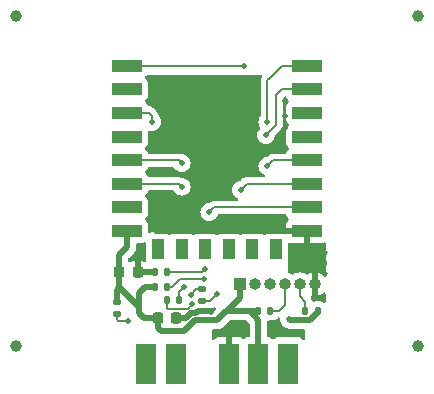
<source format=gbr>
%TF.GenerationSoftware,KiCad,Pcbnew,8.0.2*%
%TF.CreationDate,2024-06-11T21:25:35+09:00*%
%TF.ProjectId,smartlight,736d6172-746c-4696-9768-742e6b696361,rev?*%
%TF.SameCoordinates,Original*%
%TF.FileFunction,Copper,L1,Top*%
%TF.FilePolarity,Positive*%
%FSLAX46Y46*%
G04 Gerber Fmt 4.6, Leading zero omitted, Abs format (unit mm)*
G04 Created by KiCad (PCBNEW 8.0.2) date 2024-06-11 21:25:35*
%MOMM*%
%LPD*%
G01*
G04 APERTURE LIST*
G04 Aperture macros list*
%AMRoundRect*
0 Rectangle with rounded corners*
0 $1 Rounding radius*
0 $2 $3 $4 $5 $6 $7 $8 $9 X,Y pos of 4 corners*
0 Add a 4 corners polygon primitive as box body*
4,1,4,$2,$3,$4,$5,$6,$7,$8,$9,$2,$3,0*
0 Add four circle primitives for the rounded corners*
1,1,$1+$1,$2,$3*
1,1,$1+$1,$4,$5*
1,1,$1+$1,$6,$7*
1,1,$1+$1,$8,$9*
0 Add four rect primitives between the rounded corners*
20,1,$1+$1,$2,$3,$4,$5,0*
20,1,$1+$1,$4,$5,$6,$7,0*
20,1,$1+$1,$6,$7,$8,$9,0*
20,1,$1+$1,$8,$9,$2,$3,0*%
G04 Aperture macros list end*
%TA.AperFunction,SMDPad,CuDef*%
%ADD10RoundRect,0.225000X-0.225000X-0.250000X0.225000X-0.250000X0.225000X0.250000X-0.225000X0.250000X0*%
%TD*%
%TA.AperFunction,SMDPad,CuDef*%
%ADD11RoundRect,0.135000X0.135000X0.185000X-0.135000X0.185000X-0.135000X-0.185000X0.135000X-0.185000X0*%
%TD*%
%TA.AperFunction,SMDPad,CuDef*%
%ADD12C,1.000000*%
%TD*%
%TA.AperFunction,SMDPad,CuDef*%
%ADD13R,2.500000X1.000000*%
%TD*%
%TA.AperFunction,SMDPad,CuDef*%
%ADD14R,1.000000X1.800000*%
%TD*%
%TA.AperFunction,SMDPad,CuDef*%
%ADD15RoundRect,0.135000X-0.135000X-0.185000X0.135000X-0.185000X0.135000X0.185000X-0.135000X0.185000X0*%
%TD*%
%TA.AperFunction,SMDPad,CuDef*%
%ADD16RoundRect,0.135000X-0.185000X0.135000X-0.185000X-0.135000X0.185000X-0.135000X0.185000X0.135000X0*%
%TD*%
%TA.AperFunction,SMDPad,CuDef*%
%ADD17R,1.700000X3.500000*%
%TD*%
%TA.AperFunction,ComponentPad*%
%ADD18R,1.000000X1.000000*%
%TD*%
%TA.AperFunction,ComponentPad*%
%ADD19O,1.000000X1.000000*%
%TD*%
%TA.AperFunction,ViaPad*%
%ADD20C,0.500000*%
%TD*%
%TA.AperFunction,Conductor*%
%ADD21C,0.500000*%
%TD*%
%TA.AperFunction,Conductor*%
%ADD22C,0.127000*%
%TD*%
G04 APERTURE END LIST*
D10*
%TO.P,C1,1*%
%TO.N,+3V3*%
X81725000Y-63750000D03*
%TO.P,C1,2*%
%TO.N,GND*%
X83275000Y-63750000D03*
%TD*%
D11*
%TO.P,R6,1*%
%TO.N,Net-(U1-GPIO15)*%
X85760000Y-63750000D03*
%TO.P,R6,2*%
%TO.N,GND*%
X84740000Y-63750000D03*
%TD*%
D10*
%TO.P,C2,1*%
%TO.N,+3V3*%
X84965000Y-67600000D03*
%TO.P,C2,2*%
%TO.N,GND*%
X86515000Y-67600000D03*
%TD*%
D12*
%TO.P,FID2,*%
%TO.N,*%
X107000000Y-42000000D03*
%TD*%
D13*
%TO.P,U1,1,~{RST}*%
%TO.N,RESET*%
X82400000Y-46250000D03*
%TO.P,U1,2,ADC*%
%TO.N,unconnected-(U1-ADC-Pad2)*%
X82400000Y-48250000D03*
%TO.P,U1,3,EN*%
%TO.N,Net-(U1-EN)*%
X82400000Y-50250000D03*
%TO.P,U1,4,GPIO16*%
%TO.N,unconnected-(U1-GPIO16-Pad4)*%
X82400000Y-52250000D03*
%TO.P,U1,5,GPIO14*%
%TO.N,PWM*%
X82400000Y-54250000D03*
%TO.P,U1,6,GPIO12*%
%TO.N,ON{slash}OFF*%
X82400000Y-56250000D03*
%TO.P,U1,7,GPIO13*%
%TO.N,unconnected-(U1-GPIO13-Pad7)*%
X82400000Y-58250000D03*
%TO.P,U1,8,VCC*%
%TO.N,+3V3*%
X82400000Y-60250000D03*
D14*
%TO.P,U1,9,CS0*%
%TO.N,unconnected-(U1-CS0-Pad9)*%
X85000000Y-61750000D03*
%TO.P,U1,10,MISO*%
%TO.N,unconnected-(U1-MISO-Pad10)*%
X87000000Y-61750000D03*
%TO.P,U1,11,GPIO9*%
%TO.N,unconnected-(U1-GPIO9-Pad11)*%
X89000000Y-61750000D03*
%TO.P,U1,12,GPIO10*%
%TO.N,unconnected-(U1-GPIO10-Pad12)*%
X91000000Y-61750000D03*
%TO.P,U1,13,MOSI*%
%TO.N,unconnected-(U1-MOSI-Pad13)*%
X93000000Y-61750000D03*
%TO.P,U1,14,SCLK*%
%TO.N,unconnected-(U1-SCLK-Pad14)*%
X95000000Y-61750000D03*
D13*
%TO.P,U1,15,GND*%
%TO.N,GND*%
X97600000Y-60250000D03*
%TO.P,U1,16,GPIO15*%
%TO.N,Net-(U1-GPIO15)*%
X97600000Y-58250000D03*
%TO.P,U1,17,GPIO2*%
%TO.N,Net-(U1-GPIO2)*%
X97600000Y-56250000D03*
%TO.P,U1,18,GPIO0*%
%TO.N,IO0*%
X97600000Y-54250000D03*
%TO.P,U1,19,GPIO4*%
%TO.N,unconnected-(U1-GPIO4-Pad19)*%
X97600000Y-52250000D03*
%TO.P,U1,20,GPIO5*%
%TO.N,unconnected-(U1-GPIO5-Pad20)*%
X97600000Y-50250000D03*
%TO.P,U1,21,GPIO3/RXD*%
%TO.N,ESP12F_RX*%
X97600000Y-48250000D03*
%TO.P,U1,22,GPIO1/TXD*%
%TO.N,ESP12F_TX*%
X97600000Y-46250000D03*
%TD*%
D12*
%TO.P,FID4,*%
%TO.N,*%
X107000000Y-70000000D03*
%TD*%
D15*
%TO.P,R7,1*%
%TO.N,+3V3*%
X93490000Y-67000000D03*
%TO.P,R7,2*%
%TO.N,IO0*%
X94510000Y-67000000D03*
%TD*%
D16*
%TO.P,R4,1*%
%TO.N,+3V3*%
X81500000Y-66240000D03*
%TO.P,R4,2*%
%TO.N,Net-(U1-EN)*%
X81500000Y-67260000D03*
%TD*%
D11*
%TO.P,R3,1*%
%TO.N,+3V3*%
X98510000Y-67000000D03*
%TO.P,R3,2*%
%TO.N,RESET*%
X97490000Y-67000000D03*
%TD*%
D17*
%TO.P,J2,1,Pin_1*%
%TO.N,unconnected-(J2-Pin_1-Pad1)*%
X96000000Y-71500000D03*
%TO.P,J2,2,Pin_2*%
%TO.N,+3V3*%
X93500000Y-71500000D03*
%TO.P,J2,3,Pin_3*%
%TO.N,GND*%
X91000000Y-71500000D03*
%TO.P,J2,4,Pin_4*%
%TO.N,Net-(J2-Pin_4)*%
X86500000Y-71500000D03*
%TO.P,J2,5,Pin_5*%
%TO.N,Net-(J2-Pin_5)*%
X84000000Y-71500000D03*
%TD*%
D15*
%TO.P,R1,1*%
%TO.N,PWM*%
X85740000Y-66100000D03*
%TO.P,R1,2*%
%TO.N,Net-(J2-Pin_4)*%
X86760000Y-66100000D03*
%TD*%
D18*
%TO.P,J1,1,Pin_1*%
%TO.N,+3V3*%
X91940000Y-64750000D03*
D19*
%TO.P,J1,2,Pin_2*%
%TO.N,ESP12F_TX*%
X93210000Y-64750000D03*
%TO.P,J1,3,Pin_3*%
%TO.N,ESP12F_RX*%
X94480000Y-64750000D03*
%TO.P,J1,4,Pin_4*%
%TO.N,IO0*%
X95750000Y-64750000D03*
%TO.P,J1,5,Pin_5*%
%TO.N,RESET*%
X97020000Y-64750000D03*
%TO.P,J1,6,Pin_6*%
%TO.N,GND*%
X98290000Y-64750000D03*
%TD*%
D16*
%TO.P,R2,1*%
%TO.N,ON{slash}OFF*%
X88750000Y-65190000D03*
%TO.P,R2,2*%
%TO.N,Net-(J2-Pin_5)*%
X88750000Y-66210000D03*
%TD*%
D12*
%TO.P,FID1,*%
%TO.N,*%
X73000000Y-42000000D03*
%TD*%
D15*
%TO.P,R5,1*%
%TO.N,+3V3*%
X84740000Y-65000000D03*
%TO.P,R5,2*%
%TO.N,Net-(U1-GPIO2)*%
X85760000Y-65000000D03*
%TD*%
D12*
%TO.P,FID3,*%
%TO.N,*%
X73000000Y-70000000D03*
%TD*%
D20*
%TO.N,+3V3*%
X92750000Y-67000000D03*
X96100000Y-67700000D03*
%TO.N,GND*%
X88665477Y-53001750D03*
X89665477Y-54001750D03*
X87665477Y-49001750D03*
X90665477Y-56001750D03*
X87665477Y-50001750D03*
X84665477Y-48001750D03*
X91200000Y-68000000D03*
X95250000Y-53250000D03*
X85665477Y-53001750D03*
X86665477Y-50001750D03*
X91665477Y-53001750D03*
X88665477Y-48001750D03*
X92665477Y-48001750D03*
X86665477Y-48001750D03*
X94750000Y-69000000D03*
X85665477Y-49001750D03*
X87665477Y-52001750D03*
X86665477Y-53001750D03*
X96250000Y-61500000D03*
X94700000Y-68200000D03*
X90900000Y-68800000D03*
X86665477Y-52001750D03*
X86665477Y-51001750D03*
X91665477Y-51001750D03*
X94750000Y-60250000D03*
X90000000Y-68900000D03*
X95750000Y-51500000D03*
X90665477Y-54001750D03*
X88665477Y-52001750D03*
X95500000Y-60000000D03*
X91665477Y-52001750D03*
X95750000Y-49250000D03*
X96800000Y-68900000D03*
X84665477Y-53001750D03*
X92665477Y-50001750D03*
X87665477Y-51001750D03*
X84665477Y-49001750D03*
X89665477Y-57001750D03*
X96250000Y-63000000D03*
X83300000Y-62400000D03*
X84500000Y-55250000D03*
X90665477Y-53001750D03*
X89665477Y-55001750D03*
X89665477Y-50001750D03*
X85665477Y-58001750D03*
X88665477Y-50001750D03*
X89665477Y-49001750D03*
X86665477Y-59001750D03*
X98900000Y-65900000D03*
X90665477Y-51001750D03*
X91665477Y-49001750D03*
X90665477Y-50001750D03*
X94250000Y-53250000D03*
X90665477Y-55001750D03*
X91665477Y-55001750D03*
X95750000Y-50500000D03*
X88665477Y-51001750D03*
X87665477Y-53001750D03*
X89460000Y-67060000D03*
X89665477Y-53001750D03*
X95250000Y-59250000D03*
X91665477Y-48001750D03*
X91665477Y-54001750D03*
X88665477Y-54001750D03*
X89665477Y-51001750D03*
X89665477Y-52001750D03*
X98250000Y-66000000D03*
X89665477Y-56001750D03*
X95500000Y-68900000D03*
X88665477Y-49001750D03*
X85665477Y-48001750D03*
X90665477Y-52001750D03*
X95500000Y-52250000D03*
X98750000Y-61500000D03*
X86665477Y-58001750D03*
X85500000Y-55250000D03*
X84665477Y-58001750D03*
X90665477Y-49001750D03*
X86665477Y-49001750D03*
X92665477Y-49001750D03*
X89665477Y-48001750D03*
X91665477Y-50001750D03*
X91900000Y-68900000D03*
X84850000Y-60250000D03*
X98750000Y-62500000D03*
X90665477Y-48001750D03*
X87200000Y-67610000D03*
X87665477Y-48001750D03*
%TO.N,IO0*%
X94250000Y-54750000D03*
%TO.N,RESET*%
X92250000Y-46250000D03*
%TO.N,ESP12F_TX*%
X94250000Y-51000000D03*
%TO.N,ESP12F_RX*%
X94125000Y-52125000D03*
%TO.N,PWM*%
X87900000Y-66450000D03*
X87000000Y-54500000D03*
%TO.N,ON{slash}OFF*%
X87000000Y-56500000D03*
X87760000Y-65640000D03*
%TO.N,Net-(U1-EN)*%
X84500000Y-51000000D03*
X82500000Y-67850000D03*
%TO.N,Net-(U1-GPIO2)*%
X88900000Y-64300000D03*
X92000000Y-56750000D03*
%TO.N,Net-(U1-GPIO15)*%
X89350000Y-58650000D03*
X89000000Y-63500000D03*
%TO.N,Net-(J2-Pin_5)*%
X84000000Y-71500000D03*
X90000000Y-65600000D03*
%TO.N,Net-(J2-Pin_4)*%
X87200000Y-64995115D03*
X86500000Y-71500000D03*
%TD*%
D21*
%TO.N,+3V3*%
X90000000Y-67800000D02*
X90800000Y-67000000D01*
X84740000Y-65000000D02*
X83900000Y-65000000D01*
X83900000Y-65000000D02*
X83400000Y-65500000D01*
X87177817Y-68722183D02*
X88093000Y-67807000D01*
X88093000Y-67807000D02*
X88462088Y-67807000D01*
X91940000Y-65885000D02*
X90825000Y-67000000D01*
X96100000Y-67700000D02*
X96170000Y-67770000D01*
X81725000Y-62275000D02*
X82400000Y-61600000D01*
X81500000Y-66240000D02*
X81500000Y-65200000D01*
X84965000Y-67600000D02*
X84965000Y-68465000D01*
X92750000Y-67000000D02*
X91300000Y-67000000D01*
X81725000Y-63750000D02*
X81725000Y-62275000D01*
X81725000Y-64975000D02*
X83400000Y-66650000D01*
X83400000Y-67200000D02*
X83800000Y-67600000D01*
X88469088Y-67800000D02*
X90000000Y-67800000D01*
D22*
X93250000Y-70250000D02*
X93500000Y-70500000D01*
D21*
X91940000Y-64750000D02*
X91940000Y-65885000D01*
X93500000Y-71500000D02*
X93500000Y-67750000D01*
X93500000Y-67750000D02*
X92750000Y-67000000D01*
X98510000Y-67131056D02*
X98510000Y-67000000D01*
D22*
X93500000Y-70500000D02*
X93500000Y-73000000D01*
D21*
X90825000Y-67000000D02*
X90800000Y-67000000D01*
X84965000Y-68465000D02*
X85222183Y-68722183D01*
X83800000Y-67600000D02*
X84965000Y-67600000D01*
X97871056Y-67770000D02*
X98510000Y-67131056D01*
X83400000Y-65500000D02*
X83400000Y-66650000D01*
X96170000Y-67770000D02*
X97871056Y-67770000D01*
X83400000Y-66650000D02*
X83400000Y-67200000D01*
X81725000Y-63750000D02*
X81725000Y-64975000D01*
X81500000Y-65200000D02*
X81725000Y-64975000D01*
X92750000Y-67000000D02*
X93490000Y-67000000D01*
X85222183Y-68722183D02*
X87177817Y-68722183D01*
X88462088Y-67807000D02*
X88469088Y-67800000D01*
X91300000Y-67000000D02*
X90800000Y-67000000D01*
X82400000Y-61600000D02*
X82400000Y-60250000D01*
%TO.N,GND*%
X98290000Y-64750000D02*
X98290000Y-63490000D01*
X98290000Y-63490000D02*
X97600000Y-62800000D01*
X83275000Y-63750000D02*
X83275000Y-62425000D01*
X97600000Y-62800000D02*
X97600000Y-60250000D01*
X86515000Y-67600000D02*
X86525000Y-67610000D01*
X83275000Y-63750000D02*
X84740000Y-63750000D01*
X84850000Y-60250000D02*
X97600000Y-60250000D01*
X83275000Y-62425000D02*
X83300000Y-62400000D01*
X87792962Y-67180000D02*
X88202376Y-67180000D01*
X87750000Y-67250000D02*
X87750000Y-67222962D01*
X88202376Y-67180000D02*
X88382376Y-67000000D01*
X87750000Y-67222962D02*
X87792962Y-67180000D01*
X91000000Y-68900000D02*
X90900000Y-68800000D01*
X87390000Y-67610000D02*
X87750000Y-67250000D01*
X86525000Y-67610000D02*
X87390000Y-67610000D01*
X88382376Y-67000000D02*
X89400000Y-67000000D01*
X91000000Y-71500000D02*
X91000000Y-68900000D01*
X89400000Y-67000000D02*
X89460000Y-67060000D01*
D22*
%TO.N,IO0*%
X95750000Y-64750000D02*
X95750000Y-66500000D01*
X97600000Y-54250000D02*
X94750000Y-54250000D01*
X95750000Y-66500000D02*
X95250000Y-67000000D01*
X94510000Y-67000000D02*
X95250000Y-67000000D01*
X94750000Y-54250000D02*
X94250000Y-54750000D01*
%TO.N,RESET*%
X97020000Y-65770000D02*
X97490000Y-66240000D01*
X82400000Y-46250000D02*
X92250000Y-46250000D01*
X97020000Y-64750000D02*
X97020000Y-65770000D01*
X97490000Y-66240000D02*
X97490000Y-67000000D01*
%TO.N,ESP12F_TX*%
X97600000Y-46250000D02*
X95500000Y-46250000D01*
X94500000Y-47250000D02*
X94250000Y-47500000D01*
X95500000Y-46250000D02*
X94500000Y-47250000D01*
X94250000Y-47500000D02*
X94250000Y-51000000D01*
%TO.N,ESP12F_RX*%
X94125000Y-52125000D02*
X95000000Y-51250000D01*
X95000000Y-51250000D02*
X95000000Y-48750000D01*
X95000000Y-48750000D02*
X95500000Y-48250000D01*
X95500000Y-48250000D02*
X97600000Y-48250000D01*
%TO.N,PWM*%
X86750000Y-54250000D02*
X82400000Y-54250000D01*
X85833500Y-66833500D02*
X85740000Y-66740000D01*
X87000000Y-54500000D02*
X86750000Y-54250000D01*
X87516500Y-66833500D02*
X85833500Y-66833500D01*
X85740000Y-66740000D02*
X85740000Y-66250000D01*
X87900000Y-66450000D02*
X87516500Y-66833500D01*
%TO.N,ON{slash}OFF*%
X86750000Y-56250000D02*
X82400000Y-56250000D01*
X87000000Y-56500000D02*
X86750000Y-56250000D01*
X87760000Y-65640000D02*
X88210000Y-65190000D01*
X88210000Y-65190000D02*
X88750000Y-65190000D01*
%TO.N,Net-(U1-EN)*%
X81500000Y-67700000D02*
X81500000Y-67260000D01*
X84500000Y-50500000D02*
X84250000Y-50250000D01*
X84500000Y-51000000D02*
X84500000Y-50500000D01*
X84250000Y-50250000D02*
X82400000Y-50250000D01*
X81650000Y-67850000D02*
X81500000Y-67700000D01*
X82500000Y-67850000D02*
X81650000Y-67850000D01*
%TO.N,Net-(U1-GPIO2)*%
X92500000Y-56250000D02*
X97600000Y-56250000D01*
X86900000Y-64300000D02*
X88900000Y-64300000D01*
X85760000Y-65000000D02*
X86200000Y-65000000D01*
X86200000Y-65000000D02*
X86900000Y-64300000D01*
X92000000Y-56750000D02*
X92500000Y-56250000D01*
%TO.N,Net-(U1-GPIO15)*%
X97600000Y-58250000D02*
X89750000Y-58250000D01*
X88750000Y-63750000D02*
X89000000Y-63500000D01*
X89750000Y-58250000D02*
X89350000Y-58650000D01*
X85760000Y-63750000D02*
X88750000Y-63750000D01*
%TO.N,unconnected-(J2-Pin_1-Pad1)*%
X96000000Y-70750000D02*
X95750000Y-70500000D01*
X96000000Y-73000000D02*
X96000000Y-70750000D01*
%TO.N,Net-(J2-Pin_5)*%
X89390000Y-66210000D02*
X90000000Y-65600000D01*
X88750000Y-66210000D02*
X89390000Y-66210000D01*
%TO.N,Net-(J2-Pin_4)*%
X86760000Y-65435115D02*
X86760000Y-66250000D01*
X87200000Y-64995115D02*
X86760000Y-65435115D01*
%TD*%
%TA.AperFunction,Conductor*%
%TO.N,GND*%
G36*
X95288357Y-67583685D02*
G01*
X95334112Y-67636489D01*
X95343130Y-67693036D01*
X95344751Y-67693036D01*
X95344751Y-67700000D01*
X95345432Y-67706048D01*
X95348720Y-67735223D01*
X95349500Y-67749108D01*
X95349500Y-67773921D01*
X95356737Y-67810303D01*
X95358340Y-67820610D01*
X95363685Y-67868053D01*
X95363686Y-67868055D01*
X95363686Y-67868057D01*
X95363687Y-67868059D01*
X95371330Y-67889902D01*
X95375902Y-67906652D01*
X95378340Y-67918907D01*
X95378343Y-67918915D01*
X95397231Y-67964514D01*
X95399712Y-67971013D01*
X95419544Y-68027691D01*
X95425293Y-68036841D01*
X95434852Y-68055342D01*
X95434913Y-68055491D01*
X95469164Y-68106751D01*
X95471054Y-68109668D01*
X95509521Y-68170888D01*
X95513922Y-68175289D01*
X95513951Y-68175320D01*
X95691584Y-68352952D01*
X95691586Y-68352954D01*
X95717376Y-68370185D01*
X95765270Y-68402186D01*
X95814505Y-68435084D01*
X95814506Y-68435084D01*
X95814507Y-68435085D01*
X95814509Y-68435086D01*
X95951082Y-68491656D01*
X95951087Y-68491658D01*
X95951091Y-68491658D01*
X95951092Y-68491659D01*
X96096079Y-68520500D01*
X96096082Y-68520500D01*
X96096083Y-68520500D01*
X96243917Y-68520500D01*
X97325500Y-68520500D01*
X97392539Y-68540185D01*
X97438294Y-68592989D01*
X97449500Y-68644500D01*
X97449500Y-69343106D01*
X97429815Y-69410145D01*
X97377011Y-69455900D01*
X97307853Y-69465844D01*
X97244297Y-69436819D01*
X97226234Y-69417418D01*
X97220789Y-69410145D01*
X97207546Y-69392454D01*
X97207544Y-69392453D01*
X97207544Y-69392452D01*
X97092335Y-69306206D01*
X97092328Y-69306202D01*
X96957482Y-69255908D01*
X96957483Y-69255908D01*
X96897883Y-69249501D01*
X96897881Y-69249500D01*
X96897873Y-69249500D01*
X96897864Y-69249500D01*
X95102129Y-69249500D01*
X95102123Y-69249501D01*
X95042516Y-69255908D01*
X94907671Y-69306202D01*
X94907669Y-69306203D01*
X94824311Y-69368606D01*
X94758847Y-69393023D01*
X94690574Y-69378172D01*
X94675689Y-69368606D01*
X94592330Y-69306203D01*
X94592328Y-69306202D01*
X94457482Y-69255908D01*
X94457483Y-69255908D01*
X94397883Y-69249501D01*
X94397881Y-69249500D01*
X94397873Y-69249500D01*
X94397865Y-69249500D01*
X94374500Y-69249500D01*
X94307461Y-69229815D01*
X94261706Y-69177011D01*
X94250500Y-69125500D01*
X94250500Y-67944499D01*
X94270185Y-67877460D01*
X94322989Y-67831705D01*
X94374496Y-67820499D01*
X94709180Y-67820499D01*
X94745204Y-67817665D01*
X94899393Y-67772869D01*
X95037598Y-67691135D01*
X95128415Y-67600317D01*
X95189736Y-67566834D01*
X95216095Y-67564000D01*
X95221318Y-67564000D01*
X95288357Y-67583685D01*
G37*
%TD.AperFunction*%
%TA.AperFunction,Conductor*%
G36*
X92454809Y-67770185D02*
G01*
X92475451Y-67786819D01*
X92713181Y-68024548D01*
X92746666Y-68085871D01*
X92749500Y-68112229D01*
X92749500Y-69125500D01*
X92729815Y-69192539D01*
X92677011Y-69238294D01*
X92625505Y-69249500D01*
X92602132Y-69249500D01*
X92602123Y-69249501D01*
X92542516Y-69255908D01*
X92407671Y-69306202D01*
X92407669Y-69306204D01*
X92323894Y-69368918D01*
X92258430Y-69393335D01*
X92190157Y-69378484D01*
X92175272Y-69368918D01*
X92092088Y-69306646D01*
X92092086Y-69306645D01*
X91957379Y-69256403D01*
X91957372Y-69256401D01*
X91897844Y-69250000D01*
X90102155Y-69250000D01*
X90042627Y-69256401D01*
X90042620Y-69256403D01*
X89907913Y-69306645D01*
X89907906Y-69306649D01*
X89792812Y-69392809D01*
X89773766Y-69418252D01*
X89717832Y-69460122D01*
X89648140Y-69465106D01*
X89586818Y-69431620D01*
X89553333Y-69370297D01*
X89550500Y-69343940D01*
X89550500Y-68674500D01*
X89570185Y-68607461D01*
X89622989Y-68561706D01*
X89674500Y-68550500D01*
X90073920Y-68550500D01*
X90171462Y-68531096D01*
X90218913Y-68521658D01*
X90355495Y-68465084D01*
X90418526Y-68422968D01*
X90478416Y-68382952D01*
X91074549Y-67786819D01*
X91135872Y-67753334D01*
X91162230Y-67750500D01*
X91226082Y-67750500D01*
X92387770Y-67750500D01*
X92454809Y-67770185D01*
G37*
%TD.AperFunction*%
%TA.AperFunction,Conductor*%
G36*
X89861395Y-66672792D02*
G01*
X89904586Y-66727713D01*
X89911228Y-66797266D01*
X89879213Y-66859369D01*
X89877151Y-66861481D01*
X89725449Y-67013182D01*
X89664128Y-67046666D01*
X89637770Y-67049500D01*
X89428596Y-67049500D01*
X89361557Y-67029815D01*
X89315802Y-66977011D01*
X89305858Y-66907853D01*
X89334883Y-66844297D01*
X89340913Y-66837820D01*
X89368414Y-66810318D01*
X89429735Y-66776834D01*
X89456095Y-66774000D01*
X89464251Y-66774000D01*
X89464253Y-66774000D01*
X89607696Y-66735565D01*
X89627869Y-66723918D01*
X89727472Y-66666411D01*
X89795368Y-66649940D01*
X89861395Y-66672792D01*
G37*
%TD.AperFunction*%
%TA.AperFunction,Conductor*%
G36*
X98540000Y-65719159D02*
G01*
X98674534Y-65678349D01*
X98848260Y-65585491D01*
X98996835Y-65463559D01*
X99061145Y-65436246D01*
X99130012Y-65448037D01*
X99181572Y-65495189D01*
X99199500Y-65559412D01*
X99199500Y-66187218D01*
X99179815Y-66254257D01*
X99127011Y-66300012D01*
X99057853Y-66309956D01*
X99012380Y-66293950D01*
X98899397Y-66227133D01*
X98899388Y-66227129D01*
X98745208Y-66182335D01*
X98745202Y-66182334D01*
X98709181Y-66179500D01*
X98310830Y-66179500D01*
X98310808Y-66179501D01*
X98274797Y-66182334D01*
X98195666Y-66205324D01*
X98125796Y-66205124D01*
X98067127Y-66167181D01*
X98041298Y-66118343D01*
X98015565Y-66022303D01*
X97987928Y-65974435D01*
X97955088Y-65917556D01*
X97938616Y-65849657D01*
X97961469Y-65783630D01*
X97992188Y-65759471D01*
X97989867Y-65756342D01*
X98040000Y-65719160D01*
X98040000Y-64959618D01*
X98090446Y-65010064D01*
X98164555Y-65052851D01*
X98247213Y-65075000D01*
X98332787Y-65075000D01*
X98415445Y-65052851D01*
X98489554Y-65010064D01*
X98540000Y-64959618D01*
X98540000Y-65719159D01*
G37*
%TD.AperFunction*%
%TA.AperFunction,Conductor*%
G36*
X92210338Y-47000780D02*
G01*
X92249999Y-47005249D01*
X92250000Y-47005249D01*
X92250001Y-47005249D01*
X92289662Y-47000780D01*
X92303547Y-47000000D01*
X93672649Y-47000000D01*
X93739688Y-47019685D01*
X93785443Y-47072489D01*
X93795387Y-47141647D01*
X93780036Y-47186000D01*
X93724436Y-47282301D01*
X93724435Y-47282304D01*
X93686000Y-47425748D01*
X93686000Y-50452519D01*
X93666315Y-50519558D01*
X93659924Y-50528469D01*
X93569547Y-50672302D01*
X93569545Y-50672305D01*
X93513685Y-50831943D01*
X93494751Y-50999997D01*
X93494751Y-51000002D01*
X93513685Y-51168056D01*
X93542359Y-51249999D01*
X93568340Y-51324250D01*
X93569545Y-51327692D01*
X93629377Y-51422914D01*
X93648377Y-51490151D01*
X93628009Y-51556986D01*
X93612065Y-51576566D01*
X93534524Y-51654108D01*
X93534518Y-51654115D01*
X93444547Y-51797302D01*
X93444545Y-51797305D01*
X93388685Y-51956943D01*
X93369751Y-52124997D01*
X93369751Y-52125002D01*
X93388685Y-52293056D01*
X93444545Y-52452694D01*
X93444547Y-52452697D01*
X93534518Y-52595884D01*
X93534523Y-52595890D01*
X93654109Y-52715476D01*
X93654115Y-52715481D01*
X93797302Y-52805452D01*
X93797305Y-52805454D01*
X93797309Y-52805455D01*
X93797310Y-52805456D01*
X93869913Y-52830860D01*
X93956943Y-52861314D01*
X94124997Y-52880249D01*
X94125000Y-52880249D01*
X94125003Y-52880249D01*
X94293056Y-52861314D01*
X94293059Y-52861313D01*
X94452690Y-52805456D01*
X94452692Y-52805454D01*
X94452694Y-52805454D01*
X94452697Y-52805452D01*
X94595884Y-52715481D01*
X94595885Y-52715480D01*
X94595890Y-52715477D01*
X94715477Y-52595890D01*
X94715481Y-52595884D01*
X94805452Y-52452697D01*
X94805454Y-52452694D01*
X94805454Y-52452692D01*
X94805456Y-52452690D01*
X94861313Y-52293059D01*
X94870011Y-52215861D01*
X94897077Y-52151448D01*
X94905540Y-52142074D01*
X95336094Y-51711521D01*
X95336099Y-51711517D01*
X95346302Y-51701313D01*
X95346304Y-51701313D01*
X95451313Y-51596304D01*
X95525565Y-51467696D01*
X95564000Y-51324252D01*
X95564000Y-49034978D01*
X95583685Y-48967939D01*
X95600313Y-48947302D01*
X95674442Y-48873173D01*
X95735761Y-48839691D01*
X95805453Y-48844675D01*
X95861387Y-48886546D01*
X95878302Y-48917523D01*
X95906203Y-48992330D01*
X95906206Y-48992335D01*
X95992452Y-49107544D01*
X95992453Y-49107544D01*
X95992454Y-49107546D01*
X96021615Y-49129376D01*
X96050145Y-49150734D01*
X96092015Y-49206668D01*
X96096999Y-49276360D01*
X96063513Y-49337683D01*
X96050145Y-49349266D01*
X95992452Y-49392455D01*
X95906206Y-49507664D01*
X95906202Y-49507671D01*
X95855908Y-49642517D01*
X95849501Y-49702116D01*
X95849500Y-49702127D01*
X95849500Y-50797870D01*
X95849501Y-50797876D01*
X95855908Y-50857483D01*
X95906202Y-50992328D01*
X95906206Y-50992335D01*
X95992452Y-51107544D01*
X95992453Y-51107544D01*
X95992454Y-51107546D01*
X96021615Y-51129376D01*
X96050145Y-51150734D01*
X96092015Y-51206668D01*
X96096999Y-51276360D01*
X96063513Y-51337683D01*
X96050145Y-51349266D01*
X95992452Y-51392455D01*
X95906206Y-51507664D01*
X95906202Y-51507671D01*
X95855908Y-51642517D01*
X95849501Y-51702116D01*
X95849500Y-51702135D01*
X95849500Y-52797870D01*
X95849501Y-52797876D01*
X95855908Y-52857483D01*
X95906202Y-52992328D01*
X95906206Y-52992335D01*
X95992452Y-53107544D01*
X95992453Y-53107544D01*
X95992454Y-53107546D01*
X96000500Y-53113569D01*
X96050145Y-53150734D01*
X96092015Y-53206668D01*
X96096999Y-53276360D01*
X96063513Y-53337683D01*
X96050145Y-53349266D01*
X95992452Y-53392455D01*
X95906206Y-53507664D01*
X95906202Y-53507671D01*
X95869777Y-53605333D01*
X95827906Y-53661267D01*
X95762441Y-53685684D01*
X95753595Y-53686000D01*
X94831865Y-53686000D01*
X94831849Y-53685999D01*
X94824253Y-53685999D01*
X94675748Y-53685999D01*
X94544063Y-53721284D01*
X94532300Y-53724436D01*
X94403699Y-53798684D01*
X94403693Y-53798689D01*
X94298687Y-53903696D01*
X94298685Y-53903698D01*
X94232933Y-53969450D01*
X94171609Y-54002934D01*
X94159138Y-54004988D01*
X94081941Y-54013687D01*
X93922307Y-54069544D01*
X93922302Y-54069547D01*
X93779115Y-54159518D01*
X93779109Y-54159523D01*
X93659523Y-54279109D01*
X93659518Y-54279115D01*
X93569547Y-54422302D01*
X93569545Y-54422305D01*
X93513685Y-54581943D01*
X93494751Y-54749997D01*
X93494751Y-54750002D01*
X93513685Y-54918056D01*
X93569545Y-55077694D01*
X93569547Y-55077697D01*
X93659518Y-55220884D01*
X93659523Y-55220890D01*
X93779109Y-55340476D01*
X93779115Y-55340481D01*
X93922302Y-55430452D01*
X93922307Y-55430454D01*
X93922310Y-55430456D01*
X93922313Y-55430457D01*
X93963755Y-55444959D01*
X94020531Y-55485680D01*
X94046278Y-55550633D01*
X94032822Y-55619195D01*
X93984434Y-55669597D01*
X93922800Y-55686000D01*
X92581865Y-55686000D01*
X92581849Y-55685999D01*
X92574253Y-55685999D01*
X92425748Y-55685999D01*
X92294063Y-55721284D01*
X92282300Y-55724436D01*
X92153699Y-55798684D01*
X92153693Y-55798689D01*
X92048687Y-55903696D01*
X92048685Y-55903698D01*
X91982933Y-55969450D01*
X91921609Y-56002934D01*
X91909138Y-56004988D01*
X91831941Y-56013687D01*
X91672307Y-56069544D01*
X91672302Y-56069547D01*
X91529115Y-56159518D01*
X91529109Y-56159523D01*
X91409523Y-56279109D01*
X91409518Y-56279115D01*
X91319547Y-56422302D01*
X91319545Y-56422305D01*
X91263685Y-56581943D01*
X91244751Y-56749997D01*
X91244751Y-56750002D01*
X91263685Y-56918056D01*
X91319545Y-57077694D01*
X91319547Y-57077697D01*
X91409518Y-57220884D01*
X91409523Y-57220890D01*
X91529109Y-57340476D01*
X91529115Y-57340481D01*
X91672302Y-57430452D01*
X91672307Y-57430454D01*
X91672310Y-57430456D01*
X91672313Y-57430457D01*
X91713755Y-57444959D01*
X91770531Y-57485680D01*
X91796278Y-57550633D01*
X91782822Y-57619195D01*
X91734434Y-57669597D01*
X91672800Y-57686000D01*
X89675747Y-57686000D01*
X89532303Y-57724435D01*
X89532300Y-57724436D01*
X89485229Y-57751612D01*
X89485229Y-57751613D01*
X89403696Y-57798687D01*
X89403692Y-57798690D01*
X89332931Y-57869450D01*
X89271608Y-57902935D01*
X89259137Y-57904988D01*
X89181941Y-57913687D01*
X89022307Y-57969544D01*
X89022302Y-57969547D01*
X88879115Y-58059518D01*
X88879109Y-58059523D01*
X88759523Y-58179109D01*
X88759518Y-58179115D01*
X88669547Y-58322302D01*
X88669545Y-58322305D01*
X88613685Y-58481943D01*
X88594751Y-58649997D01*
X88594751Y-58650002D01*
X88613685Y-58818056D01*
X88669545Y-58977694D01*
X88669547Y-58977697D01*
X88759518Y-59120884D01*
X88759523Y-59120890D01*
X88879109Y-59240476D01*
X88879115Y-59240481D01*
X89022302Y-59330452D01*
X89022305Y-59330454D01*
X89022309Y-59330455D01*
X89022310Y-59330456D01*
X89076069Y-59349267D01*
X89181943Y-59386314D01*
X89349997Y-59405249D01*
X89350000Y-59405249D01*
X89350003Y-59405249D01*
X89518056Y-59386314D01*
X89518059Y-59386313D01*
X89677690Y-59330456D01*
X89677692Y-59330454D01*
X89677694Y-59330454D01*
X89677697Y-59330452D01*
X89820884Y-59240481D01*
X89820885Y-59240480D01*
X89820890Y-59240477D01*
X89940477Y-59120890D01*
X90021254Y-58992335D01*
X90030452Y-58977697D01*
X90030455Y-58977692D01*
X90058674Y-58897046D01*
X90099396Y-58840270D01*
X90164348Y-58814522D01*
X90175716Y-58814000D01*
X95753595Y-58814000D01*
X95820634Y-58833685D01*
X95866389Y-58886489D01*
X95869777Y-58894667D01*
X95906202Y-58992328D01*
X95906206Y-58992335D01*
X95992452Y-59107544D01*
X95992453Y-59107544D01*
X95992454Y-59107546D01*
X96027727Y-59133951D01*
X96050562Y-59151046D01*
X96092432Y-59206980D01*
X96097416Y-59276672D01*
X96063930Y-59337994D01*
X96050562Y-59349578D01*
X95992809Y-59392812D01*
X95906649Y-59507906D01*
X95906645Y-59507913D01*
X95856403Y-59642620D01*
X95856401Y-59642627D01*
X95850000Y-59702155D01*
X95850000Y-60000000D01*
X97726000Y-60000000D01*
X97793039Y-60019685D01*
X97838794Y-60072489D01*
X97850000Y-60124000D01*
X97850000Y-61250000D01*
X98897828Y-61250000D01*
X98897844Y-61249999D01*
X98957372Y-61243598D01*
X98957379Y-61243596D01*
X99097934Y-61191173D01*
X99167625Y-61186189D01*
X99228948Y-61219674D01*
X99262433Y-61280997D01*
X99257449Y-61350689D01*
X99248655Y-61369353D01*
X99233290Y-61395966D01*
X99233288Y-61395971D01*
X99195500Y-61536999D01*
X99195500Y-61683001D01*
X99231919Y-61818917D01*
X99233288Y-61824028D01*
X99233289Y-61824031D01*
X99306286Y-61950467D01*
X99306291Y-61950473D01*
X99323138Y-61967321D01*
X99356622Y-62028645D01*
X99351636Y-62098336D01*
X99323138Y-62142679D01*
X99306291Y-62159526D01*
X99306286Y-62159532D01*
X99233289Y-62285968D01*
X99233288Y-62285971D01*
X99195500Y-62426999D01*
X99195500Y-62573001D01*
X99229852Y-62701203D01*
X99233288Y-62714028D01*
X99233289Y-62714031D01*
X99306286Y-62840467D01*
X99306291Y-62840473D01*
X99323138Y-62857321D01*
X99356622Y-62918645D01*
X99351636Y-62988336D01*
X99323138Y-63032679D01*
X99306291Y-63049526D01*
X99306286Y-63049532D01*
X99233289Y-63175968D01*
X99233288Y-63175971D01*
X99195500Y-63316999D01*
X99195500Y-63463001D01*
X99210689Y-63519685D01*
X99233288Y-63604028D01*
X99233289Y-63604031D01*
X99306286Y-63730467D01*
X99306291Y-63730473D01*
X99323138Y-63747321D01*
X99356622Y-63808645D01*
X99351636Y-63878336D01*
X99323138Y-63922679D01*
X99306291Y-63939526D01*
X99306286Y-63939532D01*
X99235726Y-64061747D01*
X99185159Y-64109963D01*
X99116552Y-64123186D01*
X99051687Y-64097218D01*
X99032486Y-64078412D01*
X99000528Y-64039471D01*
X98848260Y-63914507D01*
X98848253Y-63914503D01*
X98674541Y-63821652D01*
X98540000Y-63780839D01*
X98540000Y-64540382D01*
X98489554Y-64489936D01*
X98415445Y-64447149D01*
X98332787Y-64425000D01*
X98247213Y-64425000D01*
X98164555Y-64447149D01*
X98090446Y-64489936D01*
X98040000Y-64540382D01*
X98040000Y-63780839D01*
X98039999Y-63780839D01*
X97905458Y-63821652D01*
X97731742Y-63914505D01*
X97726673Y-63917893D01*
X97725556Y-63916221D01*
X97669715Y-63939921D01*
X97600851Y-63928111D01*
X97583811Y-63917158D01*
X97583601Y-63917473D01*
X97578532Y-63914086D01*
X97404733Y-63821188D01*
X97404727Y-63821186D01*
X97216132Y-63763976D01*
X97216129Y-63763975D01*
X97020000Y-63744659D01*
X96823870Y-63763975D01*
X96635266Y-63821188D01*
X96461467Y-63914086D01*
X96456399Y-63917473D01*
X96455305Y-63915836D01*
X96399337Y-63939596D01*
X96330471Y-63927795D01*
X96313843Y-63917109D01*
X96313601Y-63917473D01*
X96308532Y-63914086D01*
X96134728Y-63821186D01*
X96088004Y-63807012D01*
X96029565Y-63768714D01*
X96001109Y-63704902D01*
X96000000Y-63688352D01*
X96000000Y-62709174D01*
X96000427Y-62701203D01*
X96000322Y-62701198D01*
X96000499Y-62697879D01*
X96000500Y-62697873D01*
X96000499Y-61331883D01*
X96020184Y-61264845D01*
X96072987Y-61219090D01*
X96142146Y-61209146D01*
X96167833Y-61215702D01*
X96242623Y-61243597D01*
X96242627Y-61243598D01*
X96302155Y-61249999D01*
X96302172Y-61250000D01*
X97350000Y-61250000D01*
X97350000Y-60500000D01*
X95908897Y-60500000D01*
X95841858Y-60480315D01*
X95834596Y-60475273D01*
X95742331Y-60406204D01*
X95742328Y-60406202D01*
X95607482Y-60355908D01*
X95607483Y-60355908D01*
X95547883Y-60349501D01*
X95547881Y-60349500D01*
X95547873Y-60349500D01*
X95547864Y-60349500D01*
X94452129Y-60349500D01*
X94452123Y-60349501D01*
X94392516Y-60355908D01*
X94257671Y-60406202D01*
X94257664Y-60406206D01*
X94142455Y-60492452D01*
X94099266Y-60550145D01*
X94043332Y-60592015D01*
X93973640Y-60596999D01*
X93912317Y-60563513D01*
X93900734Y-60550145D01*
X93863195Y-60500000D01*
X93857546Y-60492454D01*
X93857544Y-60492453D01*
X93857544Y-60492452D01*
X93742335Y-60406206D01*
X93742328Y-60406202D01*
X93607482Y-60355908D01*
X93607483Y-60355908D01*
X93547883Y-60349501D01*
X93547881Y-60349500D01*
X93547873Y-60349500D01*
X93547864Y-60349500D01*
X92452129Y-60349500D01*
X92452123Y-60349501D01*
X92392516Y-60355908D01*
X92257671Y-60406202D01*
X92257664Y-60406206D01*
X92142455Y-60492452D01*
X92099266Y-60550145D01*
X92043332Y-60592015D01*
X91973640Y-60596999D01*
X91912317Y-60563513D01*
X91900734Y-60550145D01*
X91863195Y-60500000D01*
X91857546Y-60492454D01*
X91857544Y-60492453D01*
X91857544Y-60492452D01*
X91742335Y-60406206D01*
X91742328Y-60406202D01*
X91607482Y-60355908D01*
X91607483Y-60355908D01*
X91547883Y-60349501D01*
X91547881Y-60349500D01*
X91547873Y-60349500D01*
X91547864Y-60349500D01*
X90452129Y-60349500D01*
X90452123Y-60349501D01*
X90392516Y-60355908D01*
X90257671Y-60406202D01*
X90257664Y-60406206D01*
X90142455Y-60492452D01*
X90099266Y-60550145D01*
X90043332Y-60592015D01*
X89973640Y-60596999D01*
X89912317Y-60563513D01*
X89900734Y-60550145D01*
X89863195Y-60500000D01*
X89857546Y-60492454D01*
X89857544Y-60492453D01*
X89857544Y-60492452D01*
X89742335Y-60406206D01*
X89742328Y-60406202D01*
X89607482Y-60355908D01*
X89607483Y-60355908D01*
X89547883Y-60349501D01*
X89547881Y-60349500D01*
X89547873Y-60349500D01*
X89547864Y-60349500D01*
X88452129Y-60349500D01*
X88452123Y-60349501D01*
X88392516Y-60355908D01*
X88257671Y-60406202D01*
X88257664Y-60406206D01*
X88142455Y-60492452D01*
X88099266Y-60550145D01*
X88043332Y-60592015D01*
X87973640Y-60596999D01*
X87912317Y-60563513D01*
X87900734Y-60550145D01*
X87863195Y-60500000D01*
X87857546Y-60492454D01*
X87857544Y-60492453D01*
X87857544Y-60492452D01*
X87742335Y-60406206D01*
X87742328Y-60406202D01*
X87607482Y-60355908D01*
X87607483Y-60355908D01*
X87547883Y-60349501D01*
X87547881Y-60349500D01*
X87547873Y-60349500D01*
X87547864Y-60349500D01*
X86452129Y-60349500D01*
X86452123Y-60349501D01*
X86392516Y-60355908D01*
X86257671Y-60406202D01*
X86257664Y-60406206D01*
X86142455Y-60492452D01*
X86099266Y-60550145D01*
X86043332Y-60592015D01*
X85973640Y-60596999D01*
X85912317Y-60563513D01*
X85900734Y-60550145D01*
X85863195Y-60500000D01*
X85857546Y-60492454D01*
X85857544Y-60492453D01*
X85857544Y-60492452D01*
X85742335Y-60406206D01*
X85742328Y-60406202D01*
X85607482Y-60355908D01*
X85607483Y-60355908D01*
X85547883Y-60349501D01*
X85547881Y-60349500D01*
X85547873Y-60349500D01*
X85547864Y-60349500D01*
X84452129Y-60349500D01*
X84452123Y-60349501D01*
X84392515Y-60355909D01*
X84317831Y-60383764D01*
X84248140Y-60388748D01*
X84186817Y-60355262D01*
X84153333Y-60293939D01*
X84150499Y-60267582D01*
X84150499Y-59702129D01*
X84150498Y-59702123D01*
X84144091Y-59642516D01*
X84093797Y-59507671D01*
X84093793Y-59507664D01*
X84007547Y-59392456D01*
X84007548Y-59392456D01*
X84007546Y-59392454D01*
X83949854Y-59349265D01*
X83907984Y-59293333D01*
X83903000Y-59223641D01*
X83936485Y-59162318D01*
X83949850Y-59150736D01*
X84007546Y-59107546D01*
X84093796Y-58992331D01*
X84144091Y-58857483D01*
X84150500Y-58797873D01*
X84150499Y-57702128D01*
X84144091Y-57642517D01*
X84135392Y-57619195D01*
X84093797Y-57507671D01*
X84093793Y-57507664D01*
X84007547Y-57392456D01*
X84007548Y-57392456D01*
X84007546Y-57392454D01*
X83949854Y-57349265D01*
X83907984Y-57293333D01*
X83903000Y-57223641D01*
X83936485Y-57162318D01*
X83949854Y-57150734D01*
X84007546Y-57107546D01*
X84093796Y-56992331D01*
X84121499Y-56918056D01*
X84130223Y-56894667D01*
X84172094Y-56838733D01*
X84237559Y-56814316D01*
X84246405Y-56814000D01*
X86242410Y-56814000D01*
X86309449Y-56833685D01*
X86347404Y-56872028D01*
X86409523Y-56970890D01*
X86529109Y-57090476D01*
X86529115Y-57090481D01*
X86672302Y-57180452D01*
X86672305Y-57180454D01*
X86672309Y-57180455D01*
X86672310Y-57180456D01*
X86710434Y-57193796D01*
X86831943Y-57236314D01*
X86999997Y-57255249D01*
X87000000Y-57255249D01*
X87000003Y-57255249D01*
X87168056Y-57236314D01*
X87168059Y-57236313D01*
X87327690Y-57180456D01*
X87327692Y-57180454D01*
X87327694Y-57180454D01*
X87327697Y-57180452D01*
X87470884Y-57090481D01*
X87470885Y-57090480D01*
X87470890Y-57090477D01*
X87590477Y-56970890D01*
X87627528Y-56911924D01*
X87680452Y-56827697D01*
X87680454Y-56827694D01*
X87680454Y-56827692D01*
X87680456Y-56827690D01*
X87736313Y-56668059D01*
X87736313Y-56668058D01*
X87736314Y-56668056D01*
X87755249Y-56500002D01*
X87755249Y-56499997D01*
X87736314Y-56331943D01*
X87680454Y-56172305D01*
X87680452Y-56172302D01*
X87590481Y-56029115D01*
X87590476Y-56029109D01*
X87470890Y-55909523D01*
X87470884Y-55909518D01*
X87327697Y-55819547D01*
X87327692Y-55819544D01*
X87168053Y-55763685D01*
X87029292Y-55748050D01*
X86981182Y-55732220D01*
X86967700Y-55724437D01*
X86967699Y-55724436D01*
X86967696Y-55724435D01*
X86884440Y-55702127D01*
X86884439Y-55702126D01*
X86840379Y-55690320D01*
X86824253Y-55686000D01*
X86824252Y-55686000D01*
X84246405Y-55686000D01*
X84179366Y-55666315D01*
X84133611Y-55613511D01*
X84130223Y-55605333D01*
X84093797Y-55507671D01*
X84093793Y-55507664D01*
X84007547Y-55392456D01*
X84007548Y-55392456D01*
X84007546Y-55392454D01*
X83949854Y-55349265D01*
X83907984Y-55293333D01*
X83903000Y-55223641D01*
X83936485Y-55162318D01*
X83949854Y-55150734D01*
X84007546Y-55107546D01*
X84093796Y-54992331D01*
X84121499Y-54918056D01*
X84130223Y-54894667D01*
X84172094Y-54838733D01*
X84237559Y-54814316D01*
X84246405Y-54814000D01*
X86242410Y-54814000D01*
X86309449Y-54833685D01*
X86347404Y-54872028D01*
X86409523Y-54970890D01*
X86529109Y-55090476D01*
X86529115Y-55090481D01*
X86672302Y-55180452D01*
X86672305Y-55180454D01*
X86672309Y-55180455D01*
X86672310Y-55180456D01*
X86710434Y-55193796D01*
X86831943Y-55236314D01*
X86999997Y-55255249D01*
X87000000Y-55255249D01*
X87000003Y-55255249D01*
X87168056Y-55236314D01*
X87168059Y-55236313D01*
X87327690Y-55180456D01*
X87327692Y-55180454D01*
X87327694Y-55180454D01*
X87327697Y-55180452D01*
X87470884Y-55090481D01*
X87470885Y-55090480D01*
X87470890Y-55090477D01*
X87590477Y-54970890D01*
X87627528Y-54911924D01*
X87680452Y-54827697D01*
X87680454Y-54827694D01*
X87680454Y-54827692D01*
X87680456Y-54827690D01*
X87736313Y-54668059D01*
X87736313Y-54668058D01*
X87736314Y-54668056D01*
X87755249Y-54500002D01*
X87755249Y-54499997D01*
X87736314Y-54331943D01*
X87680454Y-54172305D01*
X87680452Y-54172302D01*
X87590481Y-54029115D01*
X87590476Y-54029109D01*
X87470890Y-53909523D01*
X87470884Y-53909518D01*
X87327697Y-53819547D01*
X87327692Y-53819544D01*
X87168053Y-53763685D01*
X87029292Y-53748050D01*
X86981182Y-53732220D01*
X86967700Y-53724437D01*
X86967699Y-53724436D01*
X86967696Y-53724435D01*
X86884440Y-53702127D01*
X86884439Y-53702126D01*
X86840379Y-53690320D01*
X86824253Y-53686000D01*
X86824252Y-53686000D01*
X84246405Y-53686000D01*
X84179366Y-53666315D01*
X84133611Y-53613511D01*
X84130223Y-53605333D01*
X84093797Y-53507671D01*
X84093793Y-53507664D01*
X84007547Y-53392456D01*
X84007548Y-53392456D01*
X84007546Y-53392454D01*
X83949854Y-53349265D01*
X83907984Y-53293333D01*
X83903000Y-53223641D01*
X83936485Y-53162318D01*
X83949854Y-53150734D01*
X84007546Y-53107546D01*
X84093796Y-52992331D01*
X84144091Y-52857483D01*
X84150500Y-52797873D01*
X84150499Y-51847585D01*
X84170183Y-51780547D01*
X84222987Y-51734792D01*
X84292146Y-51724848D01*
X84315453Y-51730544D01*
X84323921Y-51733506D01*
X84331941Y-51736313D01*
X84373955Y-51741047D01*
X84499997Y-51755249D01*
X84500000Y-51755249D01*
X84500003Y-51755249D01*
X84668056Y-51736314D01*
X84738899Y-51711525D01*
X84827690Y-51680456D01*
X84827692Y-51680454D01*
X84827694Y-51680454D01*
X84827697Y-51680452D01*
X84970884Y-51590481D01*
X84970885Y-51590480D01*
X84970890Y-51590477D01*
X85090477Y-51470890D01*
X85110183Y-51439529D01*
X85180452Y-51327697D01*
X85180454Y-51327694D01*
X85180454Y-51327692D01*
X85180456Y-51327690D01*
X85236313Y-51168059D01*
X85236313Y-51168058D01*
X85236314Y-51168056D01*
X85255249Y-51000002D01*
X85255249Y-50999997D01*
X85236314Y-50831943D01*
X85180454Y-50672305D01*
X85180452Y-50672302D01*
X85086773Y-50523214D01*
X85088027Y-50522425D01*
X85064644Y-50465138D01*
X85064000Y-50452519D01*
X85064000Y-50425748D01*
X85063999Y-50425744D01*
X85035544Y-50319545D01*
X85035544Y-50319544D01*
X85025565Y-50282303D01*
X84986146Y-50214029D01*
X84951313Y-50153696D01*
X84846304Y-50048687D01*
X84846303Y-50048686D01*
X84841973Y-50044356D01*
X84841962Y-50044346D01*
X84708383Y-49910767D01*
X84708381Y-49910764D01*
X84596306Y-49798689D01*
X84596304Y-49798687D01*
X84467696Y-49724435D01*
X84384440Y-49702127D01*
X84384439Y-49702126D01*
X84340379Y-49690320D01*
X84324253Y-49686000D01*
X84324252Y-49686000D01*
X84246405Y-49686000D01*
X84179366Y-49666315D01*
X84133611Y-49613511D01*
X84130223Y-49605333D01*
X84093797Y-49507671D01*
X84093793Y-49507664D01*
X84007547Y-49392456D01*
X84007548Y-49392456D01*
X84007546Y-49392454D01*
X83949854Y-49349265D01*
X83907984Y-49293333D01*
X83903000Y-49223641D01*
X83936485Y-49162318D01*
X83949854Y-49150734D01*
X84007546Y-49107546D01*
X84093796Y-48992331D01*
X84144091Y-48857483D01*
X84150500Y-48797873D01*
X84150499Y-47702128D01*
X84144091Y-47642517D01*
X84130222Y-47605333D01*
X84093797Y-47507671D01*
X84093793Y-47507664D01*
X84007547Y-47392456D01*
X84007548Y-47392456D01*
X84007546Y-47392454D01*
X83949854Y-47349265D01*
X83907984Y-47293333D01*
X83903000Y-47223641D01*
X83936485Y-47162318D01*
X83949854Y-47150734D01*
X84007546Y-47107546D01*
X84050858Y-47049687D01*
X84106791Y-47007818D01*
X84150124Y-47000000D01*
X92196453Y-47000000D01*
X92210338Y-47000780D01*
G37*
%TD.AperFunction*%
%TA.AperFunction,Conductor*%
G36*
X83963181Y-61244735D02*
G01*
X83996666Y-61306058D01*
X83999500Y-61332417D01*
X83999500Y-62697870D01*
X83999501Y-62697879D01*
X84002196Y-62722947D01*
X83989789Y-62791706D01*
X83942177Y-62842842D01*
X83874477Y-62860120D01*
X83813809Y-62841738D01*
X83808486Y-62838454D01*
X83808481Y-62838452D01*
X83647606Y-62785144D01*
X83548322Y-62775000D01*
X83525000Y-62775000D01*
X83525000Y-63500000D01*
X84865500Y-63500000D01*
X84932539Y-63519685D01*
X84978294Y-63572489D01*
X84989500Y-63624000D01*
X84989501Y-63876000D01*
X84969817Y-63943039D01*
X84917013Y-63988794D01*
X84865501Y-64000000D01*
X83149000Y-64000000D01*
X83081961Y-63980315D01*
X83036206Y-63927511D01*
X83025000Y-63876000D01*
X83025000Y-62774999D01*
X83001693Y-62775000D01*
X83001674Y-62775001D01*
X82902392Y-62785144D01*
X82741518Y-62838452D01*
X82741507Y-62838457D01*
X82664597Y-62885897D01*
X82597205Y-62904338D01*
X82530541Y-62883416D01*
X82485772Y-62829774D01*
X82475500Y-62780359D01*
X82475500Y-62637229D01*
X82495185Y-62570190D01*
X82511819Y-62549548D01*
X82982948Y-62078419D01*
X82982951Y-62078416D01*
X83065084Y-61955495D01*
X83121658Y-61818913D01*
X83131096Y-61771462D01*
X83150500Y-61673920D01*
X83150500Y-61374499D01*
X83170185Y-61307460D01*
X83222989Y-61261705D01*
X83274500Y-61250499D01*
X83697871Y-61250499D01*
X83697872Y-61250499D01*
X83757483Y-61244091D01*
X83832169Y-61216234D01*
X83901857Y-61211251D01*
X83963181Y-61244735D01*
G37*
%TD.AperFunction*%
%TD*%
M02*

</source>
